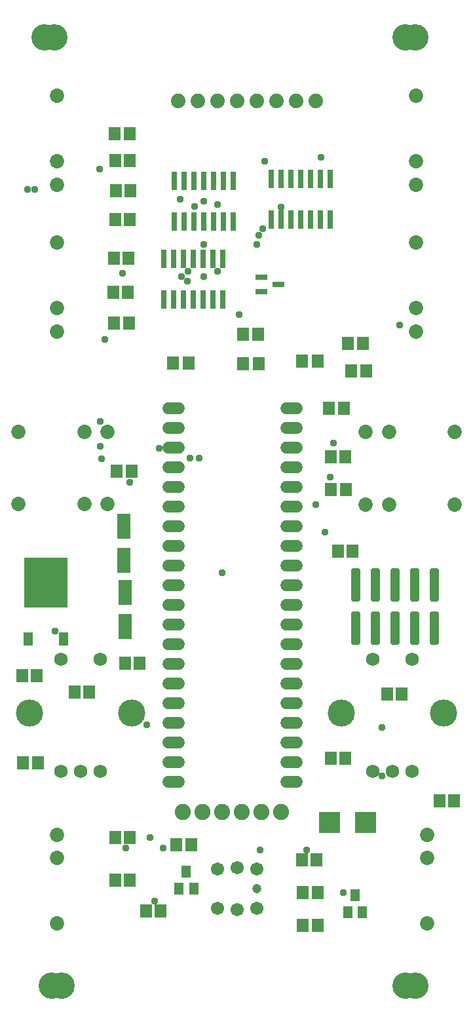
<source format=gts>
G04 EAGLE Gerber RS-274X export*
G75*
%MOMM*%
%FSLAX34Y34*%
%LPD*%
%INTop Soldermask*%
%IPPOS*%
%AMOC8*
5,1,8,0,0,1.08239X$1,22.5*%
G01*
%ADD10C,1.511200*%
%ADD11R,1.503200X1.703200*%
%ADD12R,2.743200X2.743200*%
%ADD13R,1.803200X3.203200*%
%ADD14C,0.697853*%
%ADD15R,5.603200X6.403200*%
%ADD16R,1.203200X1.803200*%
%ADD17C,1.879600*%
%ADD18C,1.853200*%
%ADD19C,2.082800*%
%ADD20R,0.803200X2.403200*%
%ADD21R,1.503200X1.803200*%
%ADD22R,1.524000X0.762000*%
%ADD23R,1.524000X0.711200*%
%ADD24C,1.711200*%
%ADD25C,1.203200*%
%ADD26R,1.203200X1.603200*%
%ADD27C,1.727200*%
%ADD28C,3.505200*%
%ADD29C,3.403200*%
%ADD30C,0.959600*%


D10*
X992060Y465900D02*
X1005140Y465900D01*
X1005140Y440500D02*
X992060Y440500D01*
X992060Y415100D02*
X1005140Y415100D01*
X1005140Y389700D02*
X992060Y389700D01*
X992060Y364300D02*
X1005140Y364300D01*
X1005140Y338900D02*
X992060Y338900D01*
X992060Y313500D02*
X1005140Y313500D01*
X1005140Y288100D02*
X992060Y288100D01*
X992060Y262700D02*
X1005140Y262700D01*
X1005140Y237300D02*
X992060Y237300D01*
X992060Y211900D02*
X1005140Y211900D01*
X1005140Y186500D02*
X992060Y186500D01*
X992060Y161100D02*
X1005140Y161100D01*
X1005140Y135700D02*
X992060Y135700D01*
X992060Y110300D02*
X1005140Y110300D01*
X1005140Y84900D02*
X992060Y84900D01*
X992060Y59500D02*
X1005140Y59500D01*
X1005140Y34100D02*
X992060Y34100D01*
X992060Y8700D02*
X1005140Y8700D01*
X1005140Y-16700D02*
X992060Y-16700D01*
X1144460Y465900D02*
X1157540Y465900D01*
X1157540Y440500D02*
X1144460Y440500D01*
X1144460Y415100D02*
X1157540Y415100D01*
X1157540Y389700D02*
X1144460Y389700D01*
X1144460Y364300D02*
X1157540Y364300D01*
X1157540Y338900D02*
X1144460Y338900D01*
X1144460Y313500D02*
X1157540Y313500D01*
X1157540Y288100D02*
X1144460Y288100D01*
X1144460Y262700D02*
X1157540Y262700D01*
X1157540Y237300D02*
X1144460Y237300D01*
X1144460Y211900D02*
X1157540Y211900D01*
X1157540Y186500D02*
X1144460Y186500D01*
X1144460Y161100D02*
X1157540Y161100D01*
X1157540Y135700D02*
X1144460Y135700D01*
X1144460Y110300D02*
X1157540Y110300D01*
X1157540Y84900D02*
X1144460Y84900D01*
X1144460Y59500D02*
X1157540Y59500D01*
X1157540Y34100D02*
X1144460Y34100D01*
X1144460Y8700D02*
X1157540Y8700D01*
X1157540Y-16700D02*
X1144460Y-16700D01*
D11*
X921700Y575900D03*
X940700Y575900D03*
X925200Y384300D03*
X944200Y384300D03*
X1228200Y513900D03*
X1247200Y513900D03*
X1224000Y549900D03*
X1243000Y549900D03*
D12*
X1246795Y-69400D03*
X1199805Y-69400D03*
D13*
X934000Y313700D03*
X934000Y269700D03*
D14*
X1236127Y200037D02*
X1236127Y163483D01*
X1231073Y163483D01*
X1231073Y200037D01*
X1236127Y200037D01*
X1236127Y170113D02*
X1231073Y170113D01*
X1231073Y176743D02*
X1236127Y176743D01*
X1236127Y183373D02*
X1231073Y183373D01*
X1231073Y190003D02*
X1236127Y190003D01*
X1236127Y196633D02*
X1231073Y196633D01*
X1236127Y219363D02*
X1236127Y255917D01*
X1236127Y219363D02*
X1231073Y219363D01*
X1231073Y255917D01*
X1236127Y255917D01*
X1236127Y225993D02*
X1231073Y225993D01*
X1231073Y232623D02*
X1236127Y232623D01*
X1236127Y239253D02*
X1231073Y239253D01*
X1231073Y245883D02*
X1236127Y245883D01*
X1236127Y252513D02*
X1231073Y252513D01*
X1261527Y200037D02*
X1261527Y163483D01*
X1256473Y163483D01*
X1256473Y200037D01*
X1261527Y200037D01*
X1261527Y170113D02*
X1256473Y170113D01*
X1256473Y176743D02*
X1261527Y176743D01*
X1261527Y183373D02*
X1256473Y183373D01*
X1256473Y190003D02*
X1261527Y190003D01*
X1261527Y196633D02*
X1256473Y196633D01*
X1261527Y219363D02*
X1261527Y255917D01*
X1261527Y219363D02*
X1256473Y219363D01*
X1256473Y255917D01*
X1261527Y255917D01*
X1261527Y225993D02*
X1256473Y225993D01*
X1256473Y232623D02*
X1261527Y232623D01*
X1261527Y239253D02*
X1256473Y239253D01*
X1256473Y245883D02*
X1261527Y245883D01*
X1261527Y252513D02*
X1256473Y252513D01*
X1286927Y200037D02*
X1286927Y163483D01*
X1281873Y163483D01*
X1281873Y200037D01*
X1286927Y200037D01*
X1286927Y170113D02*
X1281873Y170113D01*
X1281873Y176743D02*
X1286927Y176743D01*
X1286927Y183373D02*
X1281873Y183373D01*
X1281873Y190003D02*
X1286927Y190003D01*
X1286927Y196633D02*
X1281873Y196633D01*
X1286927Y219363D02*
X1286927Y255917D01*
X1286927Y219363D02*
X1281873Y219363D01*
X1281873Y255917D01*
X1286927Y255917D01*
X1286927Y225993D02*
X1281873Y225993D01*
X1281873Y232623D02*
X1286927Y232623D01*
X1286927Y239253D02*
X1281873Y239253D01*
X1281873Y245883D02*
X1286927Y245883D01*
X1286927Y252513D02*
X1281873Y252513D01*
X1312327Y200037D02*
X1312327Y163483D01*
X1307273Y163483D01*
X1307273Y200037D01*
X1312327Y200037D01*
X1312327Y170113D02*
X1307273Y170113D01*
X1307273Y176743D02*
X1312327Y176743D01*
X1312327Y183373D02*
X1307273Y183373D01*
X1307273Y190003D02*
X1312327Y190003D01*
X1312327Y196633D02*
X1307273Y196633D01*
X1312327Y219363D02*
X1312327Y255917D01*
X1312327Y219363D02*
X1307273Y219363D01*
X1307273Y255917D01*
X1312327Y255917D01*
X1312327Y225993D02*
X1307273Y225993D01*
X1307273Y232623D02*
X1312327Y232623D01*
X1312327Y239253D02*
X1307273Y239253D01*
X1307273Y245883D02*
X1312327Y245883D01*
X1312327Y252513D02*
X1307273Y252513D01*
X1337727Y200037D02*
X1337727Y163483D01*
X1332673Y163483D01*
X1332673Y200037D01*
X1337727Y200037D01*
X1337727Y170113D02*
X1332673Y170113D01*
X1332673Y176743D02*
X1337727Y176743D01*
X1337727Y183373D02*
X1332673Y183373D01*
X1332673Y190003D02*
X1337727Y190003D01*
X1337727Y196633D02*
X1332673Y196633D01*
X1337727Y219363D02*
X1337727Y255917D01*
X1337727Y219363D02*
X1332673Y219363D01*
X1332673Y255917D01*
X1337727Y255917D01*
X1337727Y225993D02*
X1332673Y225993D01*
X1332673Y232623D02*
X1337727Y232623D01*
X1337727Y239253D02*
X1332673Y239253D01*
X1332673Y245883D02*
X1337727Y245883D01*
X1337727Y252513D02*
X1332673Y252513D01*
D13*
X935500Y228300D03*
X935500Y184300D03*
D15*
X833200Y240900D03*
D16*
X810400Y167900D03*
X856000Y167900D03*
D17*
X1182250Y862800D03*
X1156850Y862800D03*
X1131450Y862800D03*
X1106050Y862800D03*
X1080650Y862800D03*
X1055250Y862800D03*
X1029850Y862800D03*
X1004450Y862800D03*
D18*
X1312000Y755000D03*
X1312000Y785000D03*
X1312000Y870000D03*
X848000Y755000D03*
X848000Y785000D03*
X848000Y870000D03*
D19*
X1010000Y-55600D03*
X1035400Y-55600D03*
X1060800Y-55600D03*
X1086200Y-55600D03*
X1111600Y-55600D03*
X1137000Y-55600D03*
D18*
X913000Y435500D03*
X883000Y435500D03*
X798000Y435500D03*
D20*
X1124900Y709800D03*
X1137600Y709800D03*
X1150300Y709800D03*
X1163000Y709800D03*
X1175700Y709800D03*
X1188400Y709800D03*
X1201100Y709800D03*
X1201100Y761800D03*
X1188400Y761800D03*
X1175700Y761800D03*
X1163000Y761800D03*
X1150300Y761800D03*
X1137600Y761800D03*
X1124900Y761800D03*
D18*
X1247000Y435500D03*
X1277000Y435500D03*
X1362000Y435500D03*
D21*
X997900Y524600D03*
X1017900Y524600D03*
D20*
X985600Y606800D03*
X998300Y606800D03*
X1011000Y606800D03*
X1023700Y606800D03*
X1036400Y606800D03*
X1049100Y606800D03*
X1061800Y606800D03*
X1061800Y658800D03*
X1049100Y658800D03*
X1036400Y658800D03*
X1023700Y658800D03*
X1011000Y658800D03*
X998300Y658800D03*
X985600Y658800D03*
D21*
X1164500Y527100D03*
X1184500Y527100D03*
X1088700Y523100D03*
X1108700Y523100D03*
D22*
X1112378Y635098D03*
X1112378Y616302D03*
D23*
X1134222Y625700D03*
D11*
X1088400Y561800D03*
X1107400Y561800D03*
D18*
X848000Y565000D03*
X848000Y595000D03*
X848000Y680000D03*
X1312000Y565000D03*
X1312000Y595000D03*
X1312000Y680000D03*
D20*
X999400Y707500D03*
X1012100Y707500D03*
X1024800Y707500D03*
X1037500Y707500D03*
X1050200Y707500D03*
X1062900Y707500D03*
X1075600Y707500D03*
X1075600Y759500D03*
X1062900Y759500D03*
X1050200Y759500D03*
X1037500Y759500D03*
X1024800Y759500D03*
X1012100Y759500D03*
X999400Y759500D03*
D21*
X922000Y820500D03*
X942000Y820500D03*
D24*
X1055250Y-179900D03*
X1055250Y-129100D03*
X1106050Y-179900D03*
X1106050Y-129100D03*
X1080650Y-181500D03*
X1080650Y-127500D03*
D25*
X1106050Y-154500D03*
D11*
X1002000Y-98000D03*
X1021000Y-98000D03*
X870500Y99500D03*
X889500Y99500D03*
D26*
X1005500Y-154500D03*
X1024500Y-154500D03*
X1015000Y-132500D03*
D11*
X923000Y-89000D03*
X942000Y-89000D03*
X923000Y-143500D03*
X942000Y-143500D03*
X963000Y-183500D03*
X982000Y-183500D03*
D18*
X848000Y-85000D03*
X848000Y-115000D03*
X848000Y-200000D03*
D26*
X1223500Y-185500D03*
X1242500Y-185500D03*
X1233000Y-163500D03*
D11*
X1164500Y-117500D03*
X1183500Y-117500D03*
X1165500Y-159500D03*
X1184500Y-159500D03*
X1165500Y-202500D03*
X1184500Y-202500D03*
D18*
X1326000Y-85000D03*
X1326000Y-115000D03*
X1326000Y-200000D03*
D27*
X1281000Y-2930D03*
X1255600Y141850D03*
D28*
X1214960Y72000D03*
X1347040Y72000D03*
D27*
X1306400Y141850D03*
X1255600Y-2930D03*
X1306400Y-2930D03*
X878500Y-2930D03*
X853100Y141850D03*
D28*
X812460Y72000D03*
X944540Y72000D03*
D27*
X903900Y141850D03*
X853100Y-2930D03*
X903900Y-2930D03*
D29*
X854150Y-279800D03*
X841450Y-279800D03*
X1311350Y-279800D03*
X1298650Y-279800D03*
X1311350Y945400D03*
X1298650Y945400D03*
X844150Y945400D03*
X831450Y945400D03*
D18*
X913000Y342000D03*
X883000Y342000D03*
X798000Y342000D03*
X1247000Y341500D03*
X1277000Y341500D03*
X1362000Y341500D03*
D11*
X1342000Y-41000D03*
X1361000Y-41000D03*
X1274500Y96500D03*
X1293500Y96500D03*
X1201500Y13500D03*
X1220500Y13500D03*
X803000Y120500D03*
X822000Y120500D03*
X804000Y7500D03*
X823000Y7500D03*
X935500Y136500D03*
X954500Y136500D03*
X1211000Y281000D03*
X1230000Y281000D03*
X1199500Y466000D03*
X1218500Y466000D03*
X1202000Y360500D03*
X1221000Y360500D03*
X1201500Y403000D03*
X1220500Y403000D03*
X923000Y786000D03*
X942000Y786000D03*
X924000Y747000D03*
X943000Y747000D03*
X923000Y709500D03*
X942000Y709500D03*
X921500Y660000D03*
X940500Y660000D03*
X920500Y615500D03*
X939500Y615500D03*
D30*
X973836Y-170688D03*
X932688Y640080D03*
X1055370Y643128D03*
X1017270Y643128D03*
X1037082Y733044D03*
X941832Y370332D03*
X1181862Y341376D03*
X1200912Y377190D03*
X1061466Y253746D03*
X963930Y57150D03*
X905256Y400812D03*
X1267968Y-9144D03*
X1267968Y53340D03*
X1037082Y636270D03*
X1008888Y636270D03*
X1170432Y-104394D03*
X1110234Y-104394D03*
X967740Y-88392D03*
X903732Y416814D03*
X845058Y178308D03*
X1194054Y305562D03*
X1106424Y677418D03*
X1031748Y401574D03*
X1108710Y689610D03*
X909828Y554736D03*
X1006602Y736092D03*
X902970Y774954D03*
X1037082Y677418D03*
X1055370Y729234D03*
X1188720Y790194D03*
X810006Y748284D03*
X1137666Y726186D03*
X1290828Y573024D03*
X1016508Y630174D03*
X979932Y414528D03*
X1019556Y401574D03*
X1204722Y420624D03*
X1025652Y726948D03*
X819150Y748284D03*
X1116330Y784860D03*
X985266Y-102108D03*
X936498Y-102108D03*
X1217676Y-160020D03*
X1113282Y697992D03*
X1083564Y586740D03*
X903732Y448818D03*
M02*

</source>
